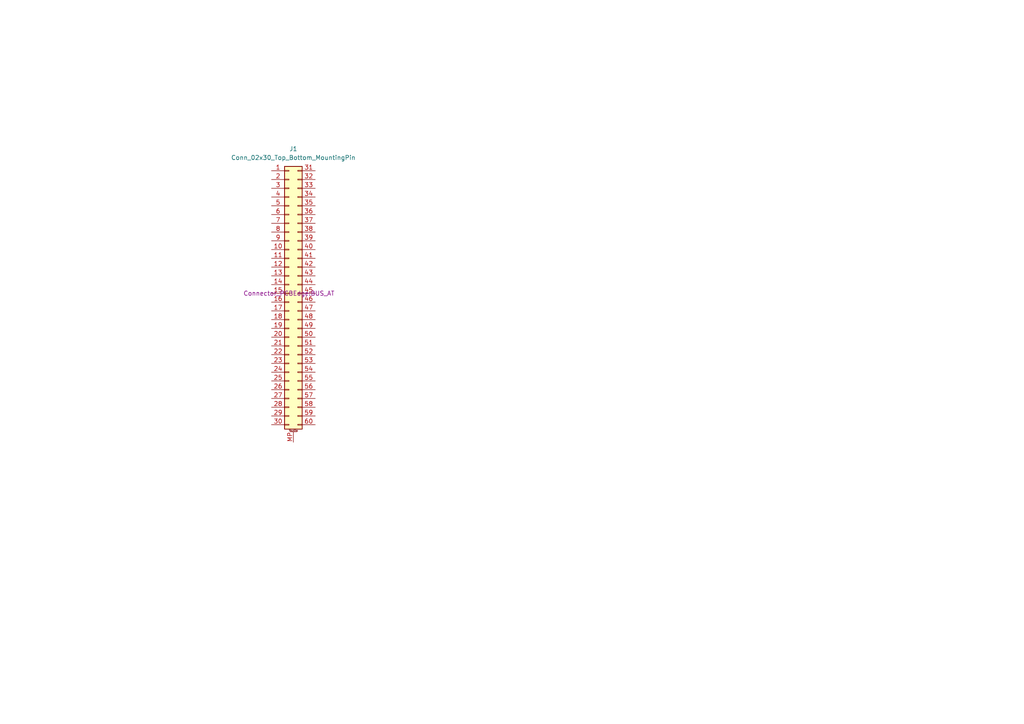
<source format=kicad_sch>
(kicad_sch (version 20231120) (generator "eeschema") (generator_version "8.0")
  (paper "A4")
  (lib_symbols
    (symbol "Connector_Generic_MountingPin:Conn_02x30_Top_Bottom_MountingPin" (pin_names (offset 1.016) hide)
      (property "Reference" "J" (at 1.27 38.1 0))
      (property "Value" "Conn_02x30_Top_Bottom_MountingPin" (at 2.54 -40.64 0))
      (symbol "Conn_02x30_Top_Bottom_MountingPin_1_1"
        (rectangle (start -1.27 -37.973) (end 0 -38.227) (stroke (width 0.1524)))
        (rectangle (start -1.27 -35.433) (end 0 -35.687) (stroke (width 0.1524)))
        (rectangle (start -1.27 -32.893) (end 0 -33.147) (stroke (width 0.1524)))
        (rectangle (start -1.27 -30.353) (end 0 -30.607) (stroke (width 0.1524)))
        (rectangle (start -1.27 -27.813) (end 0 -28.067) (stroke (width 0.1524)))
        (rectangle (start -1.27 -25.273) (end 0 -25.527) (stroke (width 0.1524)))
        (rectangle (start -1.27 -22.733) (end 0 -22.987) (stroke (width 0.1524)))
        (rectangle (start -1.27 -20.193) (end 0 -20.447) (stroke (width 0.1524)))
        (rectangle (start -1.27 -17.653) (end 0 -17.907) (stroke (width 0.1524)))
        (rectangle (start -1.27 -15.113) (end 0 -15.367) (stroke (width 0.1524)))
        (rectangle (start -1.27 -12.573) (end 0 -12.827) (stroke (width 0.1524)))
        (rectangle (start -1.27 -10.033) (end 0 -10.287) (stroke (width 0.1524)))
        (rectangle (start -1.27 -7.493) (end 0 -7.747) (stroke (width 0.1524)))
        (rectangle (start -1.27 -4.953) (end 0 -5.207) (stroke (width 0.1524)))
        (rectangle (start -1.27 -2.413) (end 0 -2.667) (stroke (width 0.1524)))
        (rectangle (start -1.27 0.127) (end 0 -0.127) (stroke (width 0.1524)))
        (rectangle (start -1.27 2.667) (end 0 2.413) (stroke (width 0.1524)))
        (rectangle (start -1.27 5.207) (end 0 4.953) (stroke (width 0.1524)))
        (rectangle (start -1.27 7.747) (end 0 7.493) (stroke (width 0.1524)))
        (rectangle (start -1.27 10.287) (end 0 10.033) (stroke (width 0.1524)))
        (rectangle (start -1.27 12.827) (end 0 12.573) (stroke (width 0.1524)))
        (rectangle (start -1.27 15.367) (end 0 15.113) (stroke (width 0.1524)))
        (rectangle (start -1.27 17.907) (end 0 17.653) (stroke (width 0.1524)))
        (rectangle (start -1.27 20.447) (end 0 20.193) (stroke (width 0.1524)))
        (rectangle (start -1.27 22.987) (end 0 22.733) (stroke (width 0.1524)))
        (rectangle (start -1.27 25.527) (end 0 25.273) (stroke (width 0.1524)))
        (rectangle (start -1.27 28.067) (end 0 27.813) (stroke (width 0.1524)))
        (rectangle (start -1.27 30.607) (end 0 30.353) (stroke (width 0.1524)))
        (rectangle (start -1.27 33.147) (end 0 32.893) (stroke (width 0.1524)))
        (rectangle (start -1.27 35.687) (end 0 35.433) (stroke (width 0.1524)))
        (rectangle (start -1.27 36.83) (end 3.81 -39.37) (stroke (width 0.254)) (fill (type background)))
        (polyline (pts (xy 0.254 -40.132) (xy 2.286 -40.132)) (stroke (width 0.1524)))
        (rectangle (start 3.81 -37.973) (end 2.54 -38.227) (stroke (width 0.1524)))
        (rectangle (start 3.81 -35.433) (end 2.54 -35.687) (stroke (width 0.1524)))
        (rectangle (start 3.81 -32.893) (end 2.54 -33.147) (stroke (width 0.1524)))
        (rectangle (start 3.81 -30.353) (end 2.54 -30.607) (stroke (width 0.1524)))
        (rectangle (start 3.81 -27.813) (end 2.54 -28.067) (stroke (width 0.1524)))
        (rectangle (start 3.81 -25.273) (end 2.54 -25.527) (stroke (width 0.1524)))
        (rectangle (start 3.81 -22.733) (end 2.54 -22.987) (stroke (width 0.1524)))
        (rectangle (start 3.81 -20.193) (end 2.54 -20.447) (stroke (width 0.1524)))
        (rectangle (start 3.81 -17.653) (end 2.54 -17.907) (stroke (width 0.1524)))
        (rectangle (start 3.81 -15.113) (end 2.54 -15.367) (stroke (width 0.1524)))
        (rectangle (start 3.81 -12.573) (end 2.54 -12.827) (stroke (width 0.1524)))
        (rectangle (start 3.81 -10.033) (end 2.54 -10.287) (stroke (width 0.1524)))
        (rectangle (start 3.81 -7.493) (end 2.54 -7.747) (stroke (width 0.1524)))
        (rectangle (start 3.81 -4.953) (end 2.54 -5.207) (stroke (width 0.1524)))
        (rectangle (start 3.81 -2.413) (end 2.54 -2.667) (stroke (width 0.1524)))
        (rectangle (start 3.81 0.127) (end 2.54 -0.127) (stroke (width 0.1524)))
        (rectangle (start 3.81 2.667) (end 2.54 2.413) (stroke (width 0.1524)))
        (rectangle (start 3.81 5.207) (end 2.54 4.953) (stroke (width 0.1524)))
        (rectangle (start 3.81 7.747) (end 2.54 7.493) (stroke (width 0.1524)))
        (rectangle (start 3.81 10.287) (end 2.54 10.033) (stroke (width 0.1524)))
        (rectangle (start 3.81 12.827) (end 2.54 12.573) (stroke (width 0.1524)))
        (rectangle (start 3.81 15.367) (end 2.54 15.113) (stroke (width 0.1524)))
        (rectangle (start 3.81 17.907) (end 2.54 17.653) (stroke (width 0.1524)))
        (rectangle (start 3.81 20.447) (end 2.54 20.193) (stroke (width 0.1524)))
        (rectangle (start 3.81 22.987) (end 2.54 22.733) (stroke (width 0.1524)))
        (rectangle (start 3.81 25.527) (end 2.54 25.273) (stroke (width 0.1524)))
        (rectangle (start 3.81 28.067) (end 2.54 27.813) (stroke (width 0.1524)))
        (rectangle (start 3.81 30.607) (end 2.54 30.353) (stroke (width 0.1524)))
        (rectangle (start 3.81 33.147) (end 2.54 32.893) (stroke (width 0.1524)))
        (rectangle (start 3.81 35.687) (end 2.54 35.433) (stroke (width 0.1524)))
        (text "Mounting" (at 1.27 -39.751 0) (effects (font (size 0.381 0.381))))
        (pin passive line (at -5.08 35.56 0) (length 3.81) (name "Pin_1") (number "1"))
        (pin passive line (at -5.08 12.7 0) (length 3.81) (name "Pin_10") (number "10"))
        (pin passive line (at -5.08 10.16 0) (length 3.81) (name "Pin_11") (number "11"))
        (pin passive line (at -5.08 7.62 0) (length 3.81) (name "Pin_12") (number "12"))
        (pin passive line (at -5.08 5.08 0) (length 3.81) (name "Pin_13") (number "13"))
        (pin passive line (at -5.08 2.54 0) (length 3.81) (name "Pin_14") (number "14"))
        (pin passive line (at -5.08 0 0) (length 3.81) (name "Pin_15") (number "15"))
        (pin passive line (at -5.08 -2.54 0) (length 3.81) (name "Pin_16") (number "16"))
        (pin passive line (at -5.08 -5.08 0) (length 3.81) (name "Pin_17") (number "17"))
        (pin passive line (at -5.08 -7.62 0) (length 3.81) (name "Pin_18") (number "18"))
        (pin passive line (at -5.08 -10.16 0) (length 3.81) (name "Pin_19") (number "19"))
        (pin passive line (at -5.08 33.02 0) (length 3.81) (name "Pin_2") (number "2"))
        (pin passive line (at -5.08 -12.7 0) (length 3.81) (name "Pin_20") (number "20"))
        (pin passive line (at -5.08 -15.24 0) (length 3.81) (name "Pin_21") (number "21"))
        (pin passive line (at -5.08 -17.78 0) (length 3.81) (name "Pin_22") (number "22"))
        (pin passive line (at -5.08 -20.32 0) (length 3.81) (name "Pin_23") (number "23"))
        (pin passive line (at -5.08 -22.86 0) (length 3.81) (name "Pin_24") (number "24"))
        (pin passive line (at -5.08 -25.4 0) (length 3.81) (name "Pin_25") (number "25"))
        (pin passive line (at -5.08 -27.94 0) (length 3.81) (name "Pin_26") (number "26"))
        (pin passive line (at -5.08 -30.48 0) (length 3.81) (name "Pin_27") (number "27"))
        (pin passive line (at -5.08 -33.02 0) (length 3.81) (name "Pin_28") (number "28"))
        (pin passive line (at -5.08 -35.56 0) (length 3.81) (name "Pin_29") (number "29"))
        (pin passive line (at -5.08 30.48 0) (length 3.81) (name "Pin_3") (number "3"))
        (pin passive line (at -5.08 -38.1 0) (length 3.81) (name "Pin_30") (number "30"))
        (pin passive line (at 7.62 35.56 180) (length 3.81) (name "Pin_31") (number "31"))
        (pin passive line (at 7.62 33.02 180) (length 3.81) (name "Pin_32") (number "32"))
        (pin passive line (at 7.62 30.48 180) (length 3.81) (name "Pin_33") (number "33"))
        (pin passive line (at 7.62 27.94 180) (length 3.81) (name "Pin_34") (number "34"))
        (pin passive line (at 7.62 25.4 180) (length 3.81) (name "Pin_35") (number "35"))
        (pin passive line (at 7.62 22.86 180) (length 3.81) (name "Pin_36") (number "36"))
        (pin passive line (at 7.62 20.32 180) (length 3.81) (name "Pin_37") (number "37"))
        (pin passive line (at 7.62 17.78 180) (length 3.81) (name "Pin_38") (number "38"))
        (pin passive line (at 7.62 15.24 180) (length 3.81) (name "Pin_39") (number "39"))
        (pin passive line (at -5.08 27.94 0) (length 3.81) (name "Pin_4") (number "4"))
        (pin passive line (at 7.62 12.7 180) (length 3.81) (name "Pin_40") (number "40"))
        (pin passive line (at 7.62 10.16 180) (length 3.81) (name "Pin_41") (number "41"))
        (pin passive line (at 7.62 7.62 180) (length 3.81) (name "Pin_42") (number "42"))
        (pin passive line (at 7.62 5.08 180) (length 3.81) (name "Pin_43") (number "43"))
        (pin passive line (at 7.62 2.54 180) (length 3.81) (name "Pin_44") (number "44"))
        (pin passive line (at 7.62 0 180) (length 3.81) (name "Pin_45") (number "45"))
        (pin passive line (at 7.62 -2.54 180) (length 3.81) (name "Pin_46") (number "46"))
        (pin passive line (at 7.62 -5.08 180) (length 3.81) (name "Pin_47") (number "47"))
        (pin passive line (at 7.62 -7.62 180) (length 3.81) (name "Pin_48") (number "48"))
        (pin passive line (at 7.62 -10.16 180) (length 3.81) (name "Pin_49") (number "49"))
        (pin passive line (at -5.08 25.4 0) (length 3.81) (name "Pin_5") (number "5"))
        (pin passive line (at 7.62 -12.7 180) (length 3.81) (name "Pin_50") (number "50"))
        (pin passive line (at 7.62 -15.24 180) (length 3.81) (name "Pin_51") (number "51"))
        (pin passive line (at 7.62 -17.78 180) (length 3.81) (name "Pin_52") (number "52"))
        (pin passive line (at 7.62 -20.32 180) (length 3.81) (name "Pin_53") (number "53"))
        (pin passive line (at 7.62 -22.86 180) (length 3.81) (name "Pin_54") (number "54"))
        (pin passive line (at 7.62 -25.4 180) (length 3.81) (name "Pin_55") (number "55"))
        (pin passive line (at 7.62 -27.94 180) (length 3.81) (name "Pin_56") (number "56"))
        (pin passive line (at 7.62 -30.48 180) (length 3.81) (name "Pin_57") (number "57"))
        (pin passive line (at 7.62 -33.02 180) (length 3.81) (name "Pin_58") (number "58"))
        (pin passive line (at 7.62 -35.56 180) (length 3.81) (name "Pin_59") (number "59"))
        (pin passive line (at -5.08 22.86 0) (length 3.81) (name "Pin_6") (number "6"))
        (pin passive line (at 7.62 -38.1 180) (length 3.81) (name "Pin_60") (number "60"))
        (pin passive line (at -5.08 20.32 0) (length 3.81) (name "Pin_7") (number "7"))
        (pin passive line (at -5.08 17.78 0) (length 3.81) (name "Pin_8") (number "8"))
        (pin passive line (at -5.08 15.24 0) (length 3.81) (name "Pin_9") (number "9"))
        (pin passive line (at 1.27 -43.18 90) (length 3.048) (name "MountPin") (number "MP"))
      )
    )
  )
  (symbol (lib_id "Connector_Generic_MountingPin:Conn_02x30_Top_Bottom_MountingPin") (at 83.82 85.09 0) (unit 1)
    (property "Reference" "J1" (at 85.09 43.18 0))
    (property "Value" "Conn_02x30_Top_Bottom_MountingPin" (at 85.09 45.72 0))
    (property "Footprint" "Connector_PCBEdge:BUS_AT" (at 83.82 85.09 0))
    (property "Description" "Generic connectable mounting pin connector, double row, 02x30, top/bottom pin numbering scheme (row 1: 1...pins_per_row, row2: pins_per_row+1 ... num_pins), script generated (kicad-library-utils/schlib/autogen/connector/)" (effects (hide yes)))
  )
)
</source>
